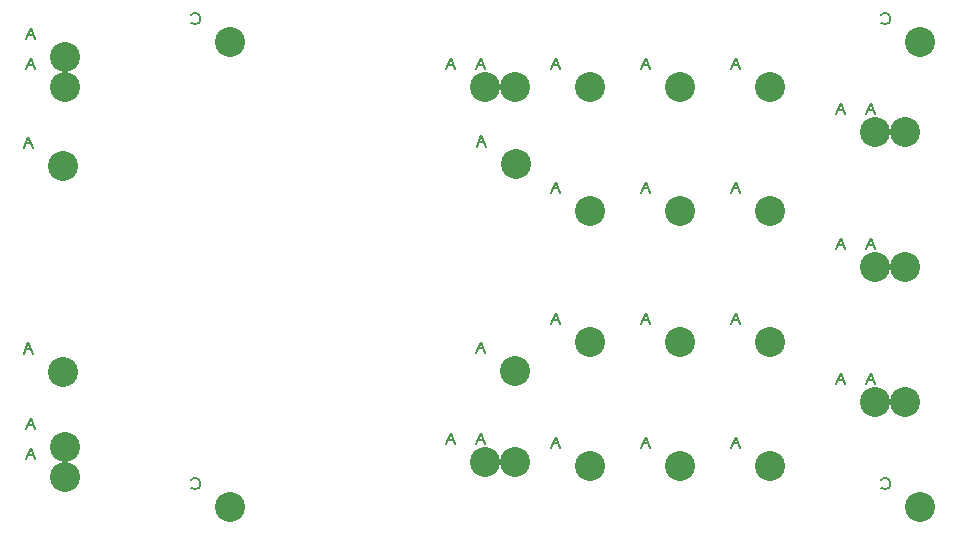
<source format=gbr>
%FSLAX35Y35*%
%MOIN*%
G04 EasyPC Gerber Version 18.0.9 Build 3640 *
%ADD11C,0.00500*%
%ADD20C,0.10000*%
X0Y0D02*
D02*
D11*
X302125Y31813D02*
X302437Y31500D01*
X303063Y31187*
X304000*
X304625Y31500*
X304937Y31813*
X305250Y32437*
Y33687*
X304937Y34313*
X304625Y34625*
X304000Y34937*
X303063*
X302437Y34625*
X302125Y34313*
Y186813D02*
X302437Y186500D01*
X303063Y186187*
X304000*
X304625Y186500*
X304937Y186813*
X305250Y187437*
Y188687*
X304937Y189313*
X304625Y189625*
X304000Y189937*
X303063*
X302437Y189625*
X302125Y189313*
X300250Y66187D02*
X298687Y69937D01*
X297125Y66187*
X299625Y67750D02*
X297750D01*
X300250Y111187D02*
X298687Y114937D01*
X297125Y111187*
X299625Y112750D02*
X297750D01*
X300250Y156187D02*
X298687Y159937D01*
X297125Y156187*
X299625Y157750D02*
X297750D01*
X290250Y66187D02*
X288687Y69937D01*
X287125Y66187*
X289625Y67750D02*
X287750D01*
X290250Y111187D02*
X288687Y114937D01*
X287125Y111187*
X289625Y112750D02*
X287750D01*
X290250Y156187D02*
X288687Y159937D01*
X287125Y156187*
X289625Y157750D02*
X287750D01*
X255250Y45006D02*
X253687Y48756D01*
X252125Y45006*
X254625Y46569D02*
X252750D01*
X255250Y86187D02*
X253687Y89937D01*
X252125Y86187*
X254625Y87750D02*
X252750D01*
X255250Y130006D02*
X253687Y133756D01*
X252125Y130006*
X254625Y131569D02*
X252750D01*
X255250Y171187D02*
X253687Y174937D01*
X252125Y171187*
X254625Y172750D02*
X252750D01*
X225250Y45006D02*
X223687Y48756D01*
X222125Y45006*
X224625Y46569D02*
X222750D01*
X225250Y86187D02*
X223687Y89937D01*
X222125Y86187*
X224625Y87750D02*
X222750D01*
X225250Y130006D02*
X223687Y133756D01*
X222125Y130006*
X224625Y131569D02*
X222750D01*
X225250Y171187D02*
X223687Y174937D01*
X222125Y171187*
X224625Y172750D02*
X222750D01*
X195250Y45006D02*
X193687Y48756D01*
X192125Y45006*
X194625Y46569D02*
X192750D01*
X195250Y86187D02*
X193687Y89937D01*
X192125Y86187*
X194625Y87750D02*
X192750D01*
X195250Y130006D02*
X193687Y133756D01*
X192125Y130006*
X194625Y131569D02*
X192750D01*
X195250Y171187D02*
X193687Y174937D01*
X192125Y171187*
X194625Y172750D02*
X192750D01*
X170500Y145439D02*
X168937Y149189D01*
X167375Y145439*
X169875Y147002D02*
X168000D01*
X170250Y46187D02*
X168687Y49937D01*
X167125Y46187*
X169625Y47750D02*
X167750D01*
X170250Y76687D02*
X168687Y80437D01*
X167125Y76687*
X169625Y78250D02*
X167750D01*
X170250Y171187D02*
X168687Y174937D01*
X167125Y171187*
X169625Y172750D02*
X167750D01*
X160250Y46187D02*
X158687Y49937D01*
X157125Y46187*
X159625Y47750D02*
X157750D01*
X160250Y171187D02*
X158687Y174937D01*
X157125Y171187*
X159625Y172750D02*
X157750D01*
X72125Y31813D02*
X72437Y31500D01*
X73063Y31187*
X74000*
X74625Y31500*
X74937Y31813*
X75250Y32437*
Y33687*
X74937Y34313*
X74625Y34625*
X74000Y34937*
X73063*
X72437Y34625*
X72125Y34313*
Y186813D02*
X72437Y186500D01*
X73063Y186187*
X74000*
X74625Y186500*
X74937Y186813*
X75250Y187437*
Y188687*
X74937Y189313*
X74625Y189625*
X74000Y189937*
X73063*
X72437Y189625*
X72125Y189313*
X20250Y41187D02*
X18687Y44937D01*
X17125Y41187*
X19625Y42750D02*
X17750D01*
X20250Y51187D02*
X18687Y54937D01*
X17125Y51187*
X19625Y52750D02*
X17750D01*
X20250Y171187D02*
X18687Y174937D01*
X17125Y171187*
X19625Y172750D02*
X17750D01*
X20250Y181187D02*
X18687Y184937D01*
X17125Y181187*
X19625Y182750D02*
X17750D01*
X19500Y76433D02*
X17937Y80183D01*
X16375Y76433*
X18875Y77996D02*
X17000D01*
X19500Y144937D02*
X17937Y148687D01*
X16375Y144937*
X18875Y146500D02*
X17000D01*
D02*
D20*
X315250Y25250D03*
Y180250D03*
X310250Y60250D03*
Y105250D03*
Y150250D03*
X300250Y60250D03*
Y105250D03*
Y150250D03*
X265250Y39069D03*
Y80250D03*
Y124069D03*
Y165250D03*
X235250Y39069D03*
Y80250D03*
Y124069D03*
Y165250D03*
X205250Y39069D03*
Y80250D03*
Y124069D03*
Y165250D03*
X180500Y139502D03*
X180250Y40250D03*
Y70750D03*
Y165250D03*
X170250Y40250D03*
Y165250D03*
X85250Y25250D03*
Y180250D03*
X30250Y35250D03*
Y45250D03*
Y165250D03*
Y175250D03*
X29500Y70496D03*
Y139000D03*
X0Y0D02*
M02*

</source>
